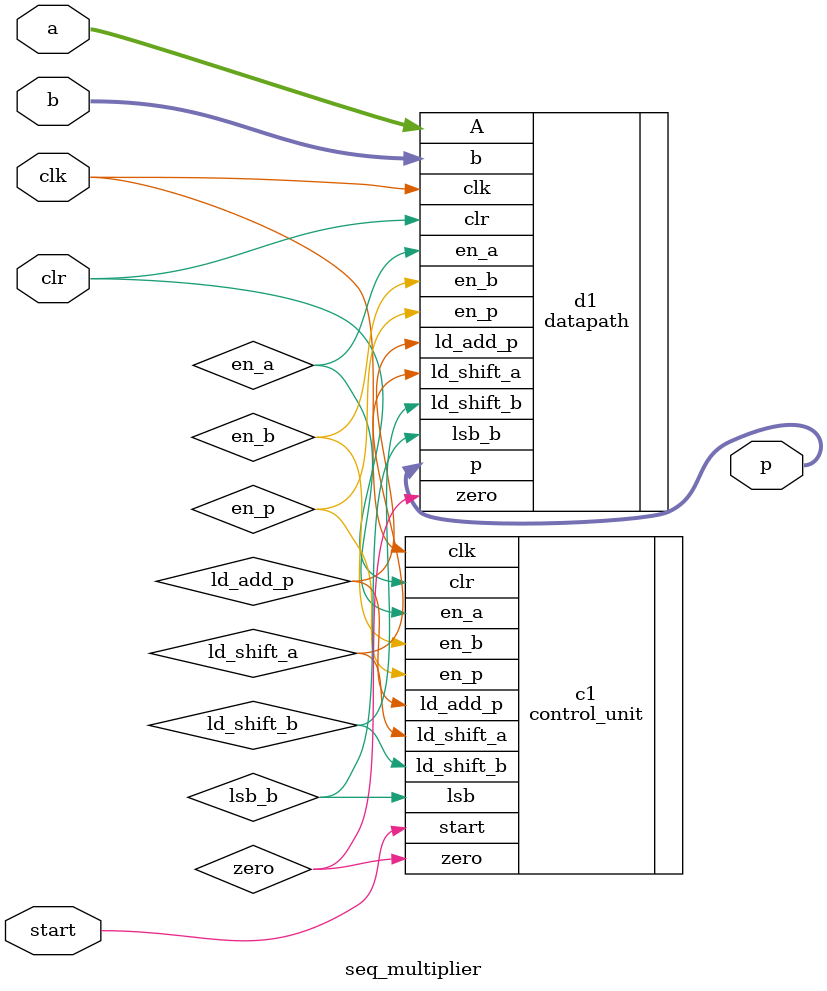
<source format=v>
`timescale 1ns / 1ps


module seq_multiplier(
    input clk,
    input clr,
    input start,
    input [3:0] a,
    input [3:0] b,
    output wire [7:0] p
);

    wire zero;
    wire lsb_b;
    wire en_a;
    wire ld_shift_a;
    wire en_b;
    wire ld_shift_b;    
    wire en_p;
    wire ld_add_p;
  
    control_unit c1 (
        .start(start),
        .zero(zero),
        .lsb(lsb_b),
        .clr(clr),
        .clk(clk),
        .en_a(en_a),
        .ld_shift_a(ld_shift_a),
        .en_b(en_b),
        .ld_shift_b(ld_shift_b),
        .en_p(en_p),
        .ld_add_p(ld_add_p)
    );

    datapath d1 (
        .zero(zero),
        .lsb_b(lsb_b),
        .p(p),
        .clr(clr),
        .clk(clk),
        .A(a),
        .b(b),
        .en_a(en_a),
        .ld_shift_a(ld_shift_a),
        .en_b(en_b),
        .ld_shift_b(ld_shift_b),
        .en_p(en_p),
        .ld_add_p(ld_add_p)
    );
endmodule

</source>
